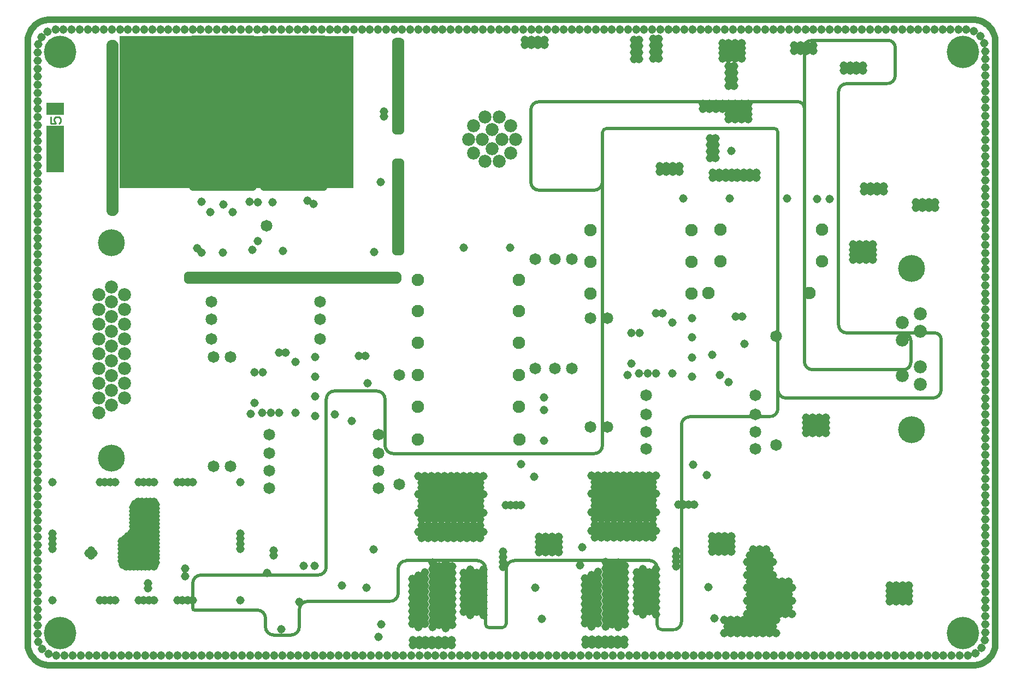
<source format=gbr>
%TF.GenerationSoftware,Altium Limited,Altium Designer,24.2.2 (26)*%
G04 Layer_Physical_Order=5*
G04 Layer_Color=128*
%FSLAX45Y45*%
%MOMM*%
%TF.SameCoordinates,B61E387C-C652-4A73-A4A4-6DD95E315EF5*%
%TF.FilePolarity,Negative*%
%TF.FileFunction,Copper,L5,Inr,Plane*%
%TF.Part,Single*%
G01*
G75*
%TA.AperFunction,NonConductor*%
%ADD82C,0.25400*%
%TA.AperFunction,ComponentPad*%
%ADD94C,4.16600*%
%TA.AperFunction,NonConductor*%
%ADD99C,1.01600*%
%ADD100C,0.50000*%
%TA.AperFunction,ComponentPad*%
%ADD105C,1.93040*%
%ADD106C,1.81600*%
%ADD107C,2.01600*%
%TA.AperFunction,ViaPad*%
%ADD108C,4.01600*%
%ADD109C,1.31600*%
%TA.AperFunction,NonConductor*%
%ADD111R,36.20000X23.60000*%
%TA.AperFunction,ViaPad*%
%ADD112C,5.01600*%
%ADD113C,1.81600*%
G36*
X6088988Y12304133D02*
X6096133Y12296988D01*
X6100000Y12287652D01*
Y12282600D01*
Y12233400D01*
Y12228347D01*
X6096133Y12219012D01*
X6088988Y12211867D01*
X6079652Y12208000D01*
X5170348D01*
X5161012Y12211867D01*
X5153867Y12219012D01*
X5150000Y12228347D01*
Y12233400D01*
Y12282600D01*
Y12287652D01*
X5153867Y12296988D01*
X5161012Y12304133D01*
X5170348Y12308000D01*
X6079652D01*
X6088988Y12304133D01*
D02*
G37*
G36*
X7188988Y12303133D02*
X7196133Y12295988D01*
X7200000Y12286652D01*
Y12281600D01*
Y12232400D01*
Y12227347D01*
X7196133Y12218012D01*
X7188988Y12210867D01*
X7179652Y12207000D01*
X6270348D01*
X6261012Y12210867D01*
X6253867Y12218012D01*
X6250000Y12227347D01*
Y12232400D01*
Y12281600D01*
Y12286652D01*
X6253867Y12295988D01*
X6261012Y12303133D01*
X6270348Y12307000D01*
X7179652D01*
X7188988Y12303133D01*
D02*
G37*
G36*
X5088988Y12146133D02*
X5096133Y12138988D01*
X5100000Y12129652D01*
Y12124600D01*
Y11225400D01*
Y11220348D01*
X5096133Y11211012D01*
X5088988Y11203867D01*
X5079652Y11200000D01*
X5020347D01*
X5011012Y11203867D01*
X5003867Y11211012D01*
X5000000Y11220348D01*
Y11225400D01*
Y12124600D01*
Y12129652D01*
X5003867Y12138988D01*
X5011012Y12146133D01*
X5020347Y12150000D01*
X5079652D01*
X5088988Y12146133D01*
D02*
G37*
G36*
X7338988Y12146133D02*
X7346133Y12138988D01*
X7350000Y12129652D01*
Y12124600D01*
Y11225400D01*
Y11220347D01*
X7346133Y11211012D01*
X7338988Y11203867D01*
X7329652Y11200000D01*
X7270347D01*
X7261012Y11203867D01*
X7253867Y11211012D01*
X7250000Y11220347D01*
Y11225400D01*
Y12124600D01*
Y12129652D01*
X7253867Y12138988D01*
X7261012Y12146133D01*
X7270347Y12150000D01*
X7329652D01*
X7338988Y12146133D01*
D02*
G37*
G36*
X3160000Y11130000D02*
X2890000D01*
Y11310000D01*
X3160000D01*
Y11130000D01*
D02*
G37*
G36*
X8378988Y12265702D02*
X8386133Y12258557D01*
X8390000Y12249222D01*
Y12244169D01*
Y10895830D01*
Y10890778D01*
X8386133Y10881442D01*
X8378988Y10874297D01*
X8369652Y10870430D01*
X8321348D01*
X8312012Y10874297D01*
X8304867Y10881442D01*
X8301000Y10890778D01*
Y10895830D01*
Y12244169D01*
Y12249222D01*
X8304867Y12258557D01*
X8312012Y12265702D01*
X8321348Y12269569D01*
X8369652D01*
X8378988Y12265702D01*
D02*
G37*
G36*
X3160000Y10240000D02*
X2890000D01*
Y10960000D01*
X3160000D01*
Y10240000D01*
D02*
G37*
G36*
X5088988Y11046133D02*
X5096133Y11038988D01*
X5100000Y11029653D01*
Y11024600D01*
Y10125400D01*
Y10120348D01*
X5096133Y10111012D01*
X5088988Y10103867D01*
X5079652Y10100000D01*
X5020347D01*
X5011012Y10103867D01*
X5003867Y10111012D01*
X5000000Y10120348D01*
Y10125400D01*
Y11024600D01*
Y11029653D01*
X5003867Y11038988D01*
X5011012Y11046133D01*
X5020347Y11050000D01*
X5079652D01*
X5088988Y11046133D01*
D02*
G37*
G36*
X7338988Y11046133D02*
X7346133Y11038988D01*
X7350000Y11029652D01*
Y11024600D01*
Y10125400D01*
Y10120348D01*
X7346133Y10111012D01*
X7338988Y10103867D01*
X7329652Y10100000D01*
X7270347D01*
X7261012Y10103867D01*
X7253867Y10111012D01*
X7250000Y10120348D01*
Y10125400D01*
Y11024600D01*
Y11029652D01*
X7253867Y11038988D01*
X7261012Y11046133D01*
X7270347Y11050000D01*
X7329652D01*
X7338988Y11046133D01*
D02*
G37*
G36*
X7188988Y10096133D02*
X7196133Y10088988D01*
X7200000Y10079652D01*
Y10074600D01*
Y10025400D01*
Y10020347D01*
X7196133Y10011012D01*
X7188988Y10003867D01*
X7179652Y10000000D01*
X6270347D01*
X6261012Y10003867D01*
X6253867Y10011012D01*
X6250000Y10020347D01*
Y10025400D01*
Y10074600D01*
Y10079652D01*
X6253867Y10088988D01*
X6261012Y10096133D01*
X6270347Y10100000D01*
X7179652D01*
X7188988Y10096133D01*
D02*
G37*
G36*
X6088988D02*
X6096133Y10088988D01*
X6100000Y10079652D01*
Y10074600D01*
Y10025400D01*
Y10020347D01*
X6096133Y10011012D01*
X6088988Y10003867D01*
X6079652Y10000000D01*
X5170348D01*
X5161012Y10003867D01*
X5153867Y10011012D01*
X5150000Y10020347D01*
Y10025400D01*
Y10074600D01*
Y10079652D01*
X5153867Y10088988D01*
X5161012Y10096133D01*
X5170348Y10100000D01*
X6079652D01*
X6088988Y10096133D01*
D02*
G37*
G36*
X3943588Y12230733D02*
X3950733Y12223588D01*
X3954600Y12214252D01*
Y12209200D01*
Y9640000D01*
Y9634947D01*
X3950733Y9625612D01*
X3943588Y9618467D01*
X3934252Y9614600D01*
X3894948D01*
X3885612Y9618467D01*
X3878467Y9625612D01*
X3874600Y9634947D01*
Y9640000D01*
Y12209200D01*
Y12214252D01*
X3878467Y12223588D01*
X3885612Y12230733D01*
X3894948Y12234600D01*
X3934252D01*
X3943588Y12230733D01*
D02*
G37*
G36*
X8377987Y10395702D02*
X8385132Y10388557D01*
X8388999Y10379222D01*
Y10374169D01*
Y9025831D01*
Y9020778D01*
X8385132Y9011442D01*
X8377987Y9004297D01*
X8368652Y9000431D01*
X8320347D01*
X8311012Y9004297D01*
X8303867Y9011442D01*
X8300000Y9020778D01*
Y9025831D01*
Y10374169D01*
Y10379222D01*
X8303867Y10388557D01*
X8311012Y10395702D01*
X8320347Y10399569D01*
X8368652D01*
X8377987Y10395702D01*
D02*
G37*
G36*
X8329988Y8646133D02*
X8337133Y8638988D01*
X8341000Y8629652D01*
Y8624600D01*
Y8586400D01*
Y8581347D01*
X8337133Y8572012D01*
X8329988Y8564867D01*
X8320652Y8561000D01*
X5093747D01*
X5084412Y8564867D01*
X5077267Y8572012D01*
X5073400Y8581347D01*
Y8586400D01*
Y8624600D01*
Y8629652D01*
X5077267Y8638988D01*
X5084412Y8646133D01*
X5093747Y8650000D01*
X8320652D01*
X8329988Y8646133D01*
D02*
G37*
G36*
X4561377Y5146657D02*
X4577210Y5140098D01*
X4591459Y5130577D01*
X4603577Y5118459D01*
X4613098Y5104210D01*
X4619656Y5088377D01*
X4623000Y5071569D01*
Y5063000D01*
Y4193000D01*
Y4183939D01*
X4619464Y4166164D01*
X4612529Y4149421D01*
X4602461Y4134353D01*
X4589646Y4121539D01*
X4574578Y4111471D01*
X4557835Y4104535D01*
X4540061Y4101000D01*
X4127166D01*
X4105914Y4105227D01*
X4085895Y4113519D01*
X4067879Y4125557D01*
X4052557Y4140879D01*
X4040519Y4158895D01*
X4032227Y4178914D01*
X4028000Y4200166D01*
Y4211000D01*
Y4517000D01*
Y4524360D01*
X4033633Y4537959D01*
X4044041Y4548367D01*
X4057640Y4554000D01*
X4065000D01*
X4081820Y4554826D01*
X4114813Y4561389D01*
X4145891Y4574262D01*
X4173862Y4592951D01*
X4197648Y4616738D01*
X4216338Y4644708D01*
X4229211Y4675787D01*
X4235773Y4708780D01*
X4236600Y4725600D01*
Y5051100D01*
Y5058979D01*
X4239674Y5074435D01*
X4245705Y5088994D01*
X4254460Y5102096D01*
X4265603Y5113239D01*
X4278705Y5121994D01*
X4293264Y5128025D01*
X4308720Y5131099D01*
X4556600D01*
X4536000Y5150000D01*
X4544569D01*
X4561377Y5146657D01*
D02*
G37*
D82*
X2962249Y11096967D02*
Y10995400D01*
X3038425D01*
X3013033Y11046183D01*
Y11071575D01*
X3038425Y11096967D01*
X3089208D01*
X3114600Y11071575D01*
Y11020792D01*
X3089208Y10995400D01*
D94*
X3902000Y9145000D02*
D03*
Y5813000D02*
D03*
X16300000Y8749500D02*
D03*
Y6250500D02*
D03*
D99*
X7179652Y12307000D02*
X7188988Y12303133D01*
X7196133Y12295988D01*
X7200000Y12286652D01*
Y12281600D02*
Y12286652D01*
Y12232400D02*
Y12281600D01*
Y12227347D02*
Y12232400D01*
X7196133Y12218012D02*
X7200000Y12227347D01*
X7188988Y12210867D02*
X7196133Y12218012D01*
X7179652Y12207000D02*
X7188988Y12210867D01*
X6270348Y12207000D02*
X7179652D01*
X6261012Y12210867D02*
X6270348Y12207000D01*
X6253867Y12218012D02*
X6261012Y12210867D01*
X6250000Y12227347D02*
X6253867Y12218012D01*
X6250000Y12227347D02*
Y12232400D01*
Y12281600D01*
Y12286652D01*
X6253867Y12295988D01*
X6261012Y12303133D01*
X6270348Y12307000D01*
X7179652D01*
X6079652Y12308000D02*
X6088988Y12304133D01*
X6096133Y12296988D01*
X6100000Y12287652D01*
Y12282600D02*
Y12287652D01*
Y12233400D02*
Y12282600D01*
Y12228347D02*
Y12233400D01*
X6096133Y12219012D02*
X6100000Y12228347D01*
X6088988Y12211867D02*
X6096133Y12219012D01*
X6079652Y12208000D02*
X6088988Y12211867D01*
X5170348Y12208000D02*
X6079652D01*
X5161012Y12211867D02*
X5170348Y12208000D01*
X5153867Y12219012D02*
X5161012Y12211867D01*
X5150000Y12228347D02*
X5153867Y12219012D01*
X5150000Y12228347D02*
Y12233400D01*
Y12282600D01*
Y12287652D01*
X5153867Y12296988D01*
X5161012Y12304133D01*
X5170348Y12308000D01*
X6079652D01*
X8369652Y12269569D02*
X8378988Y12265702D01*
X8386133Y12258557D01*
X8390000Y12249222D01*
Y12244169D02*
Y12249222D01*
Y10895830D02*
Y12244169D01*
Y10890778D02*
Y10895830D01*
X8386133Y10881442D02*
X8390000Y10890778D01*
X8378988Y10874297D02*
X8386133Y10881442D01*
X8369652Y10870430D02*
X8378988Y10874297D01*
X8321348Y10870430D02*
X8369652D01*
X8312012Y10874297D02*
X8321348Y10870430D01*
X8304867Y10881442D02*
X8312012Y10874297D01*
X8301000Y10890778D02*
X8304867Y10881442D01*
X8301000Y10890778D02*
Y10895830D01*
Y12244169D01*
Y12249222D01*
X8304867Y12258557D01*
X8312012Y12265702D01*
X8321348Y12269569D01*
X8369652D01*
X8368652Y10399569D02*
X8377987Y10395702D01*
X8385132Y10388557D01*
X8388999Y10379222D01*
Y10374169D02*
Y10379222D01*
Y9025831D02*
Y10374169D01*
Y9020778D02*
Y9025831D01*
X8385132Y9011442D02*
X8388999Y9020778D01*
X8377987Y9004297D02*
X8385132Y9011442D01*
X8368652Y9000431D02*
X8377987Y9004297D01*
X8320347Y9000431D02*
X8368652D01*
X8311012Y9004297D02*
X8320347Y9000431D01*
X8303867Y9011442D02*
X8311012Y9004297D01*
X8300000Y9020778D02*
X8303867Y9011442D01*
X8300000Y9020778D02*
Y9025831D01*
Y10374169D01*
Y10379222D01*
X8303867Y10388557D01*
X8311012Y10395702D01*
X8320347Y10399569D01*
X8368652D01*
X3934252Y12234600D02*
X3943588Y12230733D01*
X3950733Y12223588D01*
X3954600Y12214252D01*
Y12209200D02*
Y12214252D01*
Y9640000D02*
Y12209200D01*
Y9634947D02*
Y9640000D01*
X3950733Y9625612D02*
X3954600Y9634947D01*
X3943588Y9618467D02*
X3950733Y9625612D01*
X3934252Y9614600D02*
X3943588Y9618467D01*
X3894948Y9614600D02*
X3934252D01*
X3885612Y9618467D02*
X3894948Y9614600D01*
X3878467Y9625612D02*
X3885612Y9618467D01*
X3874600Y9634947D02*
X3878467Y9625612D01*
X3874600Y9634947D02*
Y9640000D01*
Y12209200D01*
Y12214252D01*
X3878467Y12223588D01*
X3885612Y12230733D01*
X3894948Y12234600D01*
X3934252D01*
X7179652Y10100000D02*
X7188988Y10096133D01*
X7196133Y10088988D01*
X7200000Y10079652D01*
Y10074600D02*
Y10079652D01*
Y10025400D02*
Y10074600D01*
Y10020347D02*
Y10025400D01*
X7196133Y10011012D02*
X7200000Y10020347D01*
X7188988Y10003867D02*
X7196133Y10011012D01*
X7179652Y10000000D02*
X7188988Y10003867D01*
X6270347Y10000000D02*
X7179652D01*
X6261012Y10003867D02*
X6270347Y10000000D01*
X6253867Y10011012D02*
X6261012Y10003867D01*
X6250000Y10020347D02*
X6253867Y10011012D01*
X6250000Y10020347D02*
Y10025400D01*
Y10074600D01*
Y10079652D01*
X6253867Y10088988D01*
X6261012Y10096133D01*
X6270347Y10100000D01*
X7179652D01*
X6079652D02*
X6088988Y10096133D01*
X6096133Y10088988D01*
X6100000Y10079652D01*
Y10074600D02*
Y10079652D01*
Y10025400D02*
Y10074600D01*
Y10020347D02*
Y10025400D01*
X6096133Y10011012D02*
X6100000Y10020347D01*
X6088988Y10003867D02*
X6096133Y10011012D01*
X6079652Y10000000D02*
X6088988Y10003867D01*
X5170348Y10000000D02*
X6079652D01*
X5161012Y10003867D02*
X5170348Y10000000D01*
X5153867Y10011012D02*
X5161012Y10003867D01*
X5150000Y10020347D02*
X5153867Y10011012D01*
X5150000Y10020347D02*
Y10025400D01*
Y10074600D01*
Y10079652D01*
X5153867Y10088988D01*
X5161012Y10096133D01*
X5170348Y10100000D01*
X6079652D01*
X7329652Y11050000D02*
X7338988Y11046133D01*
X7346133Y11038988D01*
X7350000Y11029652D01*
Y11024600D02*
Y11029652D01*
Y10125400D02*
Y11024600D01*
Y10120348D02*
Y10125400D01*
X7346133Y10111012D02*
X7350000Y10120348D01*
X7338988Y10103867D02*
X7346133Y10111012D01*
X7329652Y10100000D02*
X7338988Y10103867D01*
X7270347Y10100000D02*
X7329652D01*
X7261012Y10103867D02*
X7270347Y10100000D01*
X7253867Y10111012D02*
X7261012Y10103867D01*
X7250000Y10120348D02*
X7253867Y10111012D01*
X7250000Y10120348D02*
Y10125400D01*
Y11024600D01*
Y11029652D01*
X7253867Y11038988D01*
X7261012Y11046133D01*
X7270347Y11050000D01*
X7329652D01*
Y12150000D02*
X7338988Y12146133D01*
X7346133Y12138988D01*
X7350000Y12129652D01*
Y12124600D02*
Y12129652D01*
Y11225400D02*
Y12124600D01*
Y11220347D02*
Y11225400D01*
X7346133Y11211012D02*
X7350000Y11220347D01*
X7338988Y11203867D02*
X7346133Y11211012D01*
X7329652Y11200000D02*
X7338988Y11203867D01*
X7270347Y11200000D02*
X7329652D01*
X7261012Y11203867D02*
X7270347Y11200000D01*
X7253867Y11211012D02*
X7261012Y11203867D01*
X7250000Y11220347D02*
X7253867Y11211012D01*
X7250000Y11220347D02*
Y11225400D01*
Y12124600D01*
Y12129652D01*
X7253867Y12138988D01*
X7261012Y12146133D01*
X7270347Y12150000D01*
X7329652D01*
X5079652Y12150000D02*
X5088988Y12146133D01*
X5096133Y12138988D01*
X5100000Y12129652D01*
Y12124600D02*
Y12129652D01*
Y11225400D02*
Y12124600D01*
Y11220348D02*
Y11225400D01*
X5096133Y11211012D02*
X5100000Y11220348D01*
X5088988Y11203867D02*
X5096133Y11211012D01*
X5079652Y11200000D02*
X5088988Y11203867D01*
X5020347Y11200000D02*
X5079652D01*
X5011012Y11203867D02*
X5020347Y11200000D01*
X5003867Y11211012D02*
X5011012Y11203867D01*
X5000000Y11220348D02*
X5003867Y11211012D01*
X5000000Y11220348D02*
Y11225400D01*
Y12124600D01*
Y12129652D01*
X5003867Y12138988D01*
X5011012Y12146133D01*
X5020347Y12150000D01*
X5079652D01*
Y11050000D02*
X5088988Y11046133D01*
X5096133Y11038988D01*
X5100000Y11029653D01*
Y11024600D02*
Y11029653D01*
Y10125400D02*
Y11024600D01*
Y10120348D02*
Y10125400D01*
X5096133Y10111012D02*
X5100000Y10120348D01*
X5088988Y10103867D02*
X5096133Y10111012D01*
X5079652Y10100000D02*
X5088988Y10103867D01*
X5020347Y10100000D02*
X5079652D01*
X5011012Y10103867D02*
X5020347Y10100000D01*
X5003867Y10111012D02*
X5011012Y10103867D01*
X5000000Y10120348D02*
X5003867Y10111012D01*
X5000000Y10120348D02*
Y10125400D01*
Y11024600D01*
Y11029653D01*
X5003867Y11038988D01*
X5011012Y11046133D01*
X5020347Y11050000D01*
X5079652D01*
X8320652Y8650000D02*
X8329988Y8646133D01*
X8337133Y8638988D01*
X8341000Y8629652D01*
Y8624600D02*
Y8629652D01*
Y8586400D02*
Y8624600D01*
Y8581347D02*
Y8586400D01*
X8337133Y8572012D02*
X8341000Y8581347D01*
X8329988Y8564867D02*
X8337133Y8572012D01*
X8320652Y8561000D02*
X8329988Y8564867D01*
X5093747Y8561000D02*
X8320652D01*
X5084412Y8564867D02*
X5093747Y8561000D01*
X5077267Y8572012D02*
X5084412Y8564867D01*
X5073400Y8581347D02*
X5077267Y8572012D01*
X5073400Y8581347D02*
Y8586400D01*
Y8624600D01*
Y8629652D01*
X5077267Y8638988D01*
X5084412Y8646133D01*
X5093747Y8650000D01*
X8320652D01*
X17280957Y12600000D02*
X17325330Y12594158D01*
X2919043Y12600000D02*
X17280957D01*
X2874670Y12594158D02*
X2919043Y12600000D01*
X2831439Y12582574D02*
X2874670Y12594158D01*
X2790090Y12565447D02*
X2831439Y12582574D01*
X2751331Y12543069D02*
X2790090Y12565447D01*
X2715823Y12515823D02*
X2751331Y12543069D01*
X2684176Y12484176D02*
X2715823Y12515823D01*
X2656930Y12448669D02*
X2684176Y12484176D01*
X2634553Y12409909D02*
X2656930Y12448669D01*
X2617425Y12368560D02*
X2634553Y12409909D01*
X2605842Y12325329D02*
X2617425Y12368560D01*
X2600000Y12280956D02*
X2605842Y12325329D01*
X2600000Y12258578D02*
Y12280956D01*
Y2919043D02*
Y2941421D01*
Y2919043D02*
X2605842Y2874670D01*
X2617425Y2831439D01*
X2634553Y2790090D01*
X2656930Y2751331D01*
X2684176Y2715823D01*
X2715823Y2684176D01*
X2751331Y2656930D01*
X2790090Y2634553D01*
X2831439Y2617425D01*
X2874670Y2605842D01*
X2919043Y2600000D01*
X17280957D01*
X17325330Y2605842D01*
X17368559Y2617425D01*
X17409909Y2634553D01*
X17448669Y2656930D01*
X17484177Y2684176D01*
X17515823Y2715823D01*
X17543069Y2751331D01*
X17565446Y2790090D01*
X17582574Y2831439D01*
X17594157Y2874670D01*
X17600000Y2919043D01*
Y2941421D01*
Y12258578D02*
Y12280956D01*
X17594157Y12325329D02*
X17600000Y12280956D01*
X17582574Y12368560D02*
X17594157Y12325329D01*
X17565446Y12409909D02*
X17582574Y12368560D01*
X17543069Y12448669D02*
X17565446Y12409909D01*
X17515823Y12484176D02*
X17543069Y12448669D01*
X17484177Y12515823D02*
X17515823Y12484176D01*
X17448669Y12543069D02*
X17484177Y12515823D01*
X17409909Y12565447D02*
X17448669Y12543069D01*
X17368559Y12582574D02*
X17409909Y12565447D01*
X17325330Y12594158D02*
X17368559Y12582574D01*
X17600000Y2941421D02*
Y12258578D01*
X2600000Y2941421D02*
Y12258578D01*
D100*
X11579000Y10919000D02*
G03*
X11510000Y10850000I0J-69000D01*
G01*
X14230000Y10858000D02*
G03*
X14169000Y10919000I-61000J0D01*
G01*
X14103000Y6451000D02*
G03*
X14230000Y6578000I0J127000D01*
G01*
X12862000Y6451000D02*
G03*
X12735000Y6324000I0J-127000D01*
G01*
X12608000Y3151000D02*
G03*
X12735000Y3278000I0J127000D01*
G01*
X12356000Y3229000D02*
G03*
X12434000Y3151000I78000J0D01*
G01*
X12356000Y4114000D02*
G03*
X12247000Y4223000I-109000J0D01*
G01*
X10145000D02*
G03*
X10018000Y4096000I0J-127000D01*
G01*
X9957000Y3186000D02*
G03*
X10018000Y3247000I0J61000D01*
G01*
X9698000Y3237000D02*
G03*
X9749000Y3186000I51000J0D01*
G01*
X9698000Y4096000D02*
G03*
X9571000Y4223000I-127000J0D01*
G01*
X8471000D02*
G03*
X8344000Y4096000I0J-127000D01*
G01*
X8217000Y3592000D02*
G03*
X8344000Y3719000I0J127000D01*
G01*
X6939000Y3592000D02*
G03*
X6812000Y3465000I0J-127000D01*
G01*
X6685000Y3071000D02*
G03*
X6812000Y3198000I0J127000D01*
G01*
X6287000D02*
G03*
X6414000Y3071000I127000J0D01*
G01*
X6287000Y3330000D02*
G03*
X6160000Y3457000I-127000J0D01*
G01*
X5160000Y3482000D02*
G03*
X5185000Y3457000I25000J0D01*
G01*
X14753999Y12282000D02*
G03*
X14639000Y12167000I0J-115000D01*
G01*
X16050000Y12165000D02*
G03*
X15933000Y12282000I-117000J0D01*
G01*
X5287000Y4000000D02*
G03*
X5160000Y3873000I0J-127000D01*
G01*
X7103000Y4000000D02*
G03*
X7230000Y4127000I0J127000D01*
G01*
X7357000Y6850000D02*
G03*
X7230000Y6723000I0J-127000D01*
G01*
X8140000D02*
G03*
X8013000Y6850000I-127000J0D01*
G01*
X8140000Y6007000D02*
G03*
X8267000Y5880000I127000J0D01*
G01*
X11383000D02*
G03*
X11510000Y6007000I0J127000D01*
G01*
X14639999Y11230000D02*
G03*
X14539999Y11330000I-100000J0D01*
G01*
X10527000D02*
G03*
X10400000Y11203000I0J-127000D01*
G01*
Y10087000D02*
G03*
X10527000Y9960000I127000J0D01*
G01*
X11383000D02*
G03*
X11510000Y10087000I0J127000D01*
G01*
X14230000Y6867000D02*
G03*
X14357001Y6740000I127000J0D01*
G01*
X16633000D02*
G03*
X16760001Y6867000I0J127000D01*
G01*
Y7650000D02*
G03*
X16660001Y7750000I-100000J0D01*
G01*
X15923000Y11610000D02*
G03*
X16050000Y11737000I0J127000D01*
G01*
X15297000Y11610000D02*
G03*
X15170000Y11483000I0J-127000D01*
G01*
Y7877000D02*
G03*
X15297000Y7750000I127000J0D01*
G01*
X16289999Y7630000D02*
G03*
X16170000Y7750000I-120000J0D01*
G01*
X16180000Y7180000D02*
G03*
X16289999Y7290000I0J110000D01*
G01*
X14639999Y7307000D02*
G03*
X14767000Y7180000I127000J0D01*
G01*
X11579000Y10919000D02*
X14169000D01*
X14230000Y10843000D02*
Y10858000D01*
Y6578000D02*
Y6867000D01*
X12862000Y6451000D02*
X14103000D01*
X12735000Y3278000D02*
Y6324000D01*
X12434000Y3151000D02*
X12608000D01*
X12356000Y3229000D02*
Y4114000D01*
X10145000Y4223000D02*
X12247000D01*
X10018000Y3247000D02*
Y4096000D01*
X9749000Y3186000D02*
X9957000D01*
X9698000Y3237000D02*
Y4096000D01*
X8471000Y4223000D02*
X9571000D01*
X8344000Y3719000D02*
Y4096000D01*
X6939000Y3592000D02*
X8217000D01*
X6812000Y3198000D02*
Y3465000D01*
X6414000Y3071000D02*
X6685000D01*
X6287000Y3198000D02*
Y3330000D01*
X5185000Y3457000D02*
X6160000D01*
X5160000Y3482000D02*
Y3873000D01*
X14753999Y12282000D02*
X15933000D01*
X16050000Y11737000D02*
Y12165000D01*
X5287000Y4000000D02*
X7103000D01*
X7230000Y4127000D02*
Y6723000D01*
X7357000Y6850000D02*
X8013000D01*
X8140000Y6007000D02*
Y6723000D01*
X8267000Y5880000D02*
X11383000D01*
X11510000Y6007000D02*
Y10087000D01*
X10527000Y11330000D02*
X14539999D01*
X10400000Y10087000D02*
Y11203000D01*
X10527000Y9960000D02*
X11383000D01*
X11510000Y10087000D02*
Y10850000D01*
X14230000Y6867000D02*
Y10843000D01*
X14357001Y6740000D02*
X16633000D01*
X16760001Y6867000D02*
Y7650000D01*
X16170000Y7750000D02*
X16660001D01*
X15297000Y11610000D02*
X15923000D01*
X15170000Y7877000D02*
Y11483000D01*
X15297000Y7750000D02*
X16170000D01*
X16289999Y7290000D02*
Y7630000D01*
X14767000Y7180000D02*
X16180000D01*
X14639999Y12167000D02*
X14639999Y7307000D01*
D105*
X4300000Y11700000D02*
D03*
Y10130000D02*
D03*
X10220000Y6100000D02*
D03*
X8650000D02*
D03*
X8648021Y7594002D02*
D03*
X10218021D02*
D03*
X8648021Y8084002D02*
D03*
X10218021D02*
D03*
X10218021Y6604002D02*
D03*
X8648021D02*
D03*
X10218021Y7094002D02*
D03*
X8648021D02*
D03*
X10218021Y8574002D02*
D03*
X8648021D02*
D03*
X11320000Y8850000D02*
D03*
X12889999D02*
D03*
X14910001Y8860000D02*
D03*
X13339999D02*
D03*
X12889999Y9340000D02*
D03*
X11320000D02*
D03*
X14910001Y9350000D02*
D03*
X13339999D02*
D03*
X11320000Y8360000D02*
D03*
X12889999D02*
D03*
X14720000Y8370000D02*
D03*
X13150000D02*
D03*
D106*
X6182000Y11401000D02*
D03*
Y10893000D02*
D03*
X5928000Y11147000D02*
D03*
X6436000D02*
D03*
X6002395Y11326605D02*
D03*
X6361605D02*
D03*
X6002395Y10967395D02*
D03*
X6361605D02*
D03*
X5748021Y5684003D02*
D03*
Y7374003D02*
D03*
X8038021Y5614002D02*
D03*
X6348021D02*
D03*
X7135997Y7660000D02*
D03*
X5445997D02*
D03*
X5445998Y7960000D02*
D03*
X7135998D02*
D03*
X5445998Y8230001D02*
D03*
X7135998D02*
D03*
X5478021Y5684003D02*
D03*
Y7374003D02*
D03*
X8358021Y7094002D02*
D03*
Y5404002D02*
D03*
X6348021Y6174002D02*
D03*
X8038021D02*
D03*
Y5344002D02*
D03*
X6348021D02*
D03*
X8038021Y5884002D02*
D03*
X6348021D02*
D03*
X12190000Y6220000D02*
D03*
X13880000D02*
D03*
X12190000Y5950000D02*
D03*
X13880000D02*
D03*
X11320000Y6290000D02*
D03*
Y7980000D02*
D03*
X12190000Y6780000D02*
D03*
X13880000D02*
D03*
X14200000Y7700000D02*
D03*
Y6010000D02*
D03*
X11590000Y6290000D02*
D03*
Y7980000D02*
D03*
X10770000Y8890000D02*
D03*
Y7200000D02*
D03*
X11040000Y8890000D02*
D03*
Y7200000D02*
D03*
X10470000Y7200000D02*
D03*
Y8890000D02*
D03*
X13880000Y6490000D02*
D03*
X12190000D02*
D03*
D107*
X10091246Y10538397D02*
D03*
X9911246Y10407620D02*
D03*
X9688754D02*
D03*
X9508754Y10538397D02*
D03*
Y10961603D02*
D03*
X9688754Y11092380D02*
D03*
X10091246Y10961603D02*
D03*
X9911246Y11092380D02*
D03*
X9800000Y10900000D02*
D03*
Y10600000D02*
D03*
X9650000Y10750000D02*
D03*
X9440000D02*
D03*
X10160000D02*
D03*
X9950000D02*
D03*
X3704000Y8343000D02*
D03*
Y8114400D02*
D03*
Y7885800D02*
D03*
Y7657200D02*
D03*
Y7428600D02*
D03*
Y7200000D02*
D03*
Y6971400D02*
D03*
Y6742800D02*
D03*
Y6514000D02*
D03*
X3902000Y8457300D02*
D03*
Y8228700D02*
D03*
Y8000100D02*
D03*
Y7771500D02*
D03*
Y7542900D02*
D03*
Y7314300D02*
D03*
Y7085700D02*
D03*
Y6857100D02*
D03*
Y6628500D02*
D03*
X4100000Y8343000D02*
D03*
Y8114400D02*
D03*
Y7885800D02*
D03*
Y7657200D02*
D03*
Y7428600D02*
D03*
Y7200000D02*
D03*
Y6971400D02*
D03*
Y6742800D02*
D03*
X16158000Y7911000D02*
D03*
Y7637000D02*
D03*
Y7089000D02*
D03*
X16442000Y8048000D02*
D03*
Y7774000D02*
D03*
Y7226000D02*
D03*
Y6952000D02*
D03*
D108*
X6978470Y10353194D02*
D03*
X5382000Y11947000D02*
D03*
D109*
X7470000Y3840000D02*
D03*
X16570000Y9690000D02*
D03*
X16470000D02*
D03*
Y9770000D02*
D03*
X16570000D02*
D03*
X15963000Y3756000D02*
D03*
X16063000D02*
D03*
X15963000Y3836000D02*
D03*
X16163000D02*
D03*
Y3756000D02*
D03*
X16263000D02*
D03*
X16063000Y3836000D02*
D03*
X16263000D02*
D03*
X15963000Y3596000D02*
D03*
Y3676000D02*
D03*
X16263000D02*
D03*
X16063000Y3596000D02*
D03*
X16163000D02*
D03*
X16263000D02*
D03*
X16063000Y3676000D02*
D03*
X16163000D02*
D03*
X14400008Y3900002D02*
D03*
X14450008Y3800002D02*
D03*
X14400008Y3700002D02*
D03*
X14450008Y3600002D02*
D03*
X14400008Y3500002D02*
D03*
X14450008Y3400002D02*
D03*
X14300008Y3900002D02*
D03*
X14350008Y3800002D02*
D03*
X14300008Y3700002D02*
D03*
X14350008Y3600002D02*
D03*
X14300008Y3500002D02*
D03*
X14350008Y3400002D02*
D03*
X14200008Y3900002D02*
D03*
X14250008Y3800002D02*
D03*
X14200008Y3700002D02*
D03*
X14250008Y3600002D02*
D03*
X14200008Y3500002D02*
D03*
X14250008Y3400002D02*
D03*
X14200008Y3300002D02*
D03*
Y3100002D02*
D03*
X14100008Y4300002D02*
D03*
X14150008Y4200002D02*
D03*
X14100008Y4100002D02*
D03*
X14150008Y4000002D02*
D03*
X14100008Y3900002D02*
D03*
X14150008Y3800002D02*
D03*
X14100008Y3700002D02*
D03*
X14150008Y3600002D02*
D03*
X14100008Y3500002D02*
D03*
X14150008Y3400002D02*
D03*
X14100008Y3300002D02*
D03*
X14150008Y3200002D02*
D03*
X14100008Y3100002D02*
D03*
X14050008Y4400002D02*
D03*
X14000008Y4300002D02*
D03*
X14050008Y4200002D02*
D03*
X14000008Y4100002D02*
D03*
X14050008Y4000002D02*
D03*
X14000008Y3900002D02*
D03*
X14050008Y3800002D02*
D03*
X14000008Y3700002D02*
D03*
X14050008Y3600002D02*
D03*
X14000008Y3500002D02*
D03*
X14050008Y3400002D02*
D03*
X14000008Y3300002D02*
D03*
X14050008Y3200002D02*
D03*
X14000008Y3100002D02*
D03*
X13950008Y4400002D02*
D03*
X13900008Y4300002D02*
D03*
X13950008Y4200002D02*
D03*
X13900008Y4100002D02*
D03*
X13950008Y4000002D02*
D03*
X13900008Y3900002D02*
D03*
X13950008Y3800002D02*
D03*
X13900008Y3700002D02*
D03*
X13950008Y3600002D02*
D03*
X13900008Y3500002D02*
D03*
X13950008Y3400002D02*
D03*
X13900008Y3300002D02*
D03*
X13950008Y3200002D02*
D03*
X13900008Y3100002D02*
D03*
X13850008Y4400002D02*
D03*
X13800008Y4300002D02*
D03*
X13850008Y4200002D02*
D03*
X13800008Y4100002D02*
D03*
X13850008Y4000002D02*
D03*
X13800008Y3900002D02*
D03*
X13850008Y3800002D02*
D03*
X13800008Y3700002D02*
D03*
X13850008Y3600002D02*
D03*
X13800008Y3500002D02*
D03*
X13850008Y3400002D02*
D03*
X13800008Y3300002D02*
D03*
X13850008Y3200002D02*
D03*
X13800008Y3100002D02*
D03*
X13750008Y4200002D02*
D03*
Y4000002D02*
D03*
Y3800002D02*
D03*
Y3600002D02*
D03*
Y3400002D02*
D03*
X13700008Y3300002D02*
D03*
X13750008Y3200002D02*
D03*
X13700008Y3100002D02*
D03*
X13600008Y3300002D02*
D03*
X13650008Y3200002D02*
D03*
X13600008Y3100002D02*
D03*
X13500008Y3300002D02*
D03*
X13550008Y3200002D02*
D03*
X13500008Y3100002D02*
D03*
X13400008Y3300002D02*
D03*
X13450008Y3200002D02*
D03*
X13400008Y3100002D02*
D03*
X4586600Y4261100D02*
D03*
Y4191100D02*
D03*
X4556600Y4131100D02*
D03*
X4486600D02*
D03*
X4426600D02*
D03*
X4366600D02*
D03*
X4306600D02*
D03*
X4246600D02*
D03*
X4186600D02*
D03*
X4126600D02*
D03*
X4076600Y4161100D02*
D03*
X4056600Y4221100D02*
D03*
Y4281100D02*
D03*
Y4341100D02*
D03*
Y4401100D02*
D03*
Y4461100D02*
D03*
Y4521100D02*
D03*
X4106600Y4561100D02*
D03*
X4156600Y4601100D02*
D03*
X4206600Y4641100D02*
D03*
X4236600Y4691100D02*
D03*
Y4751099D02*
D03*
Y4811100D02*
D03*
Y4871099D02*
D03*
Y4931100D02*
D03*
Y4991099D02*
D03*
Y5051100D02*
D03*
X4266600Y5101100D02*
D03*
X4316600Y5131099D02*
D03*
X4376600D02*
D03*
X4436600D02*
D03*
X4496600D02*
D03*
X4556600D02*
D03*
X4586600Y5091100D02*
D03*
Y5031100D02*
D03*
Y4971100D02*
D03*
Y4911100D02*
D03*
Y4851100D02*
D03*
Y4791100D02*
D03*
Y4731100D02*
D03*
Y4671100D02*
D03*
Y4611099D02*
D03*
Y4551100D02*
D03*
Y4491099D02*
D03*
Y4431100D02*
D03*
Y4371099D02*
D03*
Y4311100D02*
D03*
X13330000Y7100000D02*
D03*
X12214261Y7124100D02*
D03*
X12080000Y7120000D02*
D03*
X8121000Y11181900D02*
D03*
X10604002Y6556979D02*
D03*
Y6746979D02*
D03*
X11900000Y7100000D02*
D03*
X3800000Y5440000D02*
D03*
X3960000D02*
D03*
X4480000D02*
D03*
X5000000D02*
D03*
X5080000D02*
D03*
X4400000D02*
D03*
X4560000D02*
D03*
X12672544Y2753116D02*
D03*
X12547544D02*
D03*
X12340000Y3590000D02*
D03*
X12240000Y3640000D02*
D03*
X12650000Y4210000D02*
D03*
Y4370000D02*
D03*
Y4290000D02*
D03*
Y4130000D02*
D03*
X12930000Y5090000D02*
D03*
X12850000D02*
D03*
X12290000Y5440000D02*
D03*
X9661214Y5531212D02*
D03*
X10450000Y5520000D02*
D03*
X10631214Y4351213D02*
D03*
Y4431212D02*
D03*
Y4511212D02*
D03*
Y4591212D02*
D03*
X10531214Y4351213D02*
D03*
Y4431212D02*
D03*
Y4511212D02*
D03*
Y4591212D02*
D03*
X13130000Y5550000D02*
D03*
X6310000Y4030000D02*
D03*
X6085200Y9040000D02*
D03*
X6940000Y9800000D02*
D03*
X6880000Y4140000D02*
D03*
X11200000Y4430000D02*
D03*
X11160000Y4150000D02*
D03*
X7360000Y6490000D02*
D03*
X5898000Y5440000D02*
D03*
X2982000D02*
D03*
Y3610000D02*
D03*
X5898000D02*
D03*
X10080000Y9070000D02*
D03*
X7970000Y9000000D02*
D03*
X9358021Y9074002D02*
D03*
X7960000Y4400000D02*
D03*
X12590000Y7120000D02*
D03*
X10171214Y5081212D02*
D03*
X10251214D02*
D03*
X10011214D02*
D03*
X10831214Y4591212D02*
D03*
X10731214Y4511212D02*
D03*
Y4431212D02*
D03*
X10831214Y4351213D02*
D03*
X10731214D02*
D03*
X9971214Y4361212D02*
D03*
Y4121212D02*
D03*
Y4201212D02*
D03*
Y4281212D02*
D03*
X8571214Y2991212D02*
D03*
X8671214D02*
D03*
X8871214D02*
D03*
X9071214D02*
D03*
X8971214D02*
D03*
X8571214Y2911212D02*
D03*
X8671214D02*
D03*
X8871214D02*
D03*
X8771214D02*
D03*
X9071214D02*
D03*
X8971214D02*
D03*
X10571214Y3321212D02*
D03*
X8881214Y3491212D02*
D03*
Y3991212D02*
D03*
Y3891212D02*
D03*
Y3791212D02*
D03*
Y3591212D02*
D03*
Y3691212D02*
D03*
Y3391212D02*
D03*
Y3191212D02*
D03*
Y4091212D02*
D03*
Y4191212D02*
D03*
X8561214Y3541212D02*
D03*
Y3841213D02*
D03*
Y3741212D02*
D03*
Y3641212D02*
D03*
Y3441212D02*
D03*
Y3341212D02*
D03*
Y3241212D02*
D03*
Y3941213D02*
D03*
X8761214Y3841213D02*
D03*
Y3641212D02*
D03*
X8661214Y3891213D02*
D03*
Y3691213D02*
D03*
X8761214Y3541212D02*
D03*
X8661214Y3591213D02*
D03*
X8761214Y3741212D02*
D03*
X8661214Y3791213D02*
D03*
X8761214Y3441212D02*
D03*
X8661214Y3191212D02*
D03*
Y3391212D02*
D03*
X8761214Y3341212D02*
D03*
X8661214Y3491212D02*
D03*
X8761214Y3241212D02*
D03*
X8661214Y3291212D02*
D03*
X8761214Y3941213D02*
D03*
Y4041213D02*
D03*
X8661214Y3991213D02*
D03*
X8981214Y3631212D02*
D03*
Y3931213D02*
D03*
Y3431212D02*
D03*
Y3831213D02*
D03*
Y4031213D02*
D03*
Y3531212D02*
D03*
Y4131213D02*
D03*
Y3731213D02*
D03*
X9181214Y4131213D02*
D03*
Y4031213D02*
D03*
X9081214Y3781213D02*
D03*
Y3881213D02*
D03*
Y3981213D02*
D03*
Y4181213D02*
D03*
Y4081213D02*
D03*
Y3481212D02*
D03*
Y3581213D02*
D03*
Y3681213D02*
D03*
X9181214Y3231212D02*
D03*
Y3331212D02*
D03*
X9081214Y3381212D02*
D03*
Y3181212D02*
D03*
Y3281212D02*
D03*
X8981214Y3331212D02*
D03*
Y3231212D02*
D03*
X9181214Y3731213D02*
D03*
Y3431212D02*
D03*
Y3831213D02*
D03*
Y3631212D02*
D03*
Y3931213D02*
D03*
Y3531212D02*
D03*
X9661214Y3781212D02*
D03*
Y4081212D02*
D03*
Y3981212D02*
D03*
Y3881212D02*
D03*
Y3681212D02*
D03*
Y3381212D02*
D03*
Y3581212D02*
D03*
Y3481212D02*
D03*
X9461214Y3381212D02*
D03*
X9361214Y3731212D02*
D03*
X9561214Y3531212D02*
D03*
Y3431212D02*
D03*
X9461214Y3681212D02*
D03*
X9361214Y3631212D02*
D03*
Y3531212D02*
D03*
Y3431212D02*
D03*
X9561214Y3731212D02*
D03*
Y3631212D02*
D03*
X9461214Y3481212D02*
D03*
Y3581212D02*
D03*
X9361214Y4031212D02*
D03*
X9561214D02*
D03*
X9461214Y3981212D02*
D03*
Y3781212D02*
D03*
Y4081212D02*
D03*
X9361214Y3931212D02*
D03*
X9561214D02*
D03*
X9361214Y3831212D02*
D03*
X9461214Y3881212D02*
D03*
X9561214Y3831212D02*
D03*
X9461214Y5531212D02*
D03*
X9561214D02*
D03*
X8961214D02*
D03*
X9061214D02*
D03*
X9261214D02*
D03*
X9361214D02*
D03*
X9161214D02*
D03*
X8861214D02*
D03*
X8661214D02*
D03*
X8761214D02*
D03*
X9611214Y5431212D02*
D03*
X8811214D02*
D03*
X9311214D02*
D03*
X9511214D02*
D03*
X8711214D02*
D03*
X9211214D02*
D03*
X9011214D02*
D03*
X9111214D02*
D03*
X8911214D02*
D03*
X9411214D02*
D03*
X9611214Y5061212D02*
D03*
X8811214D02*
D03*
X8911214D02*
D03*
X8711214D02*
D03*
X9011214D02*
D03*
X9611214Y4861212D02*
D03*
X9661214Y4961212D02*
D03*
X9011214Y4861212D02*
D03*
X8761214Y4961212D02*
D03*
X8911214Y4861212D02*
D03*
X8711214D02*
D03*
X8661214Y4961212D02*
D03*
X8861214D02*
D03*
X8961214D02*
D03*
X8811214Y4861212D02*
D03*
X9061214Y4961212D02*
D03*
X9311214Y4861212D02*
D03*
X9261214Y4961212D02*
D03*
X9161214D02*
D03*
X9211214Y4861212D02*
D03*
X9111214D02*
D03*
Y5061212D02*
D03*
X9211214D02*
D03*
X9311214D02*
D03*
X9561214Y4961212D02*
D03*
X9511214Y5061212D02*
D03*
Y4861212D02*
D03*
X9461214Y4961212D02*
D03*
X9361214D02*
D03*
X9411214Y5061212D02*
D03*
Y4861212D02*
D03*
X9611214Y4571212D02*
D03*
X9661214Y4671212D02*
D03*
X9611214Y4771212D02*
D03*
X9011214Y4571212D02*
D03*
X8661214Y4671212D02*
D03*
X8711214Y4571212D02*
D03*
X8811214D02*
D03*
X8761214Y4671212D02*
D03*
X8861214D02*
D03*
X8911214Y4571212D02*
D03*
X8961214Y4671212D02*
D03*
X9061214D02*
D03*
X8711214Y4771212D02*
D03*
X8911214D02*
D03*
X9011214D02*
D03*
X8811214D02*
D03*
X9311214D02*
D03*
Y4571212D02*
D03*
X9161214Y4671212D02*
D03*
X9111214Y4771212D02*
D03*
X9261214Y4671212D02*
D03*
X9211214Y4571212D02*
D03*
X9111214D02*
D03*
X9211214Y4771212D02*
D03*
X9411214Y4571212D02*
D03*
X9511214Y4771212D02*
D03*
Y4571212D02*
D03*
X9461214Y4671212D02*
D03*
X9561214D02*
D03*
X9361214D02*
D03*
X9411214Y4771212D02*
D03*
X9011214Y5351212D02*
D03*
X9061214Y5251212D02*
D03*
X8811214Y5351212D02*
D03*
X8911214D02*
D03*
X8961214Y5251212D02*
D03*
X8711214Y5351212D02*
D03*
X8761214Y5251212D02*
D03*
X8861214D02*
D03*
X8661214D02*
D03*
X9611214Y5351212D02*
D03*
X9661214Y5251212D02*
D03*
X9611214Y5151212D02*
D03*
X8911214D02*
D03*
X9011214D02*
D03*
X8811214D02*
D03*
X8711214D02*
D03*
X9111214Y5351212D02*
D03*
X9261214Y5251212D02*
D03*
X9111214Y5151212D02*
D03*
X9161214Y5251212D02*
D03*
X9211214Y5351212D02*
D03*
Y5151212D02*
D03*
X9411214Y5351212D02*
D03*
X9311214Y5151212D02*
D03*
X9561214Y5251212D02*
D03*
X9511214Y5151212D02*
D03*
X9411214D02*
D03*
X9461214Y5251212D02*
D03*
X9511214Y5351212D02*
D03*
X9361214Y5251212D02*
D03*
X9311214Y5351212D02*
D03*
X10091214Y5081212D02*
D03*
X8881214Y3291212D02*
D03*
X10471214Y3801212D02*
D03*
X10604002Y6081979D02*
D03*
X6498021Y7444002D02*
D03*
X6240521Y7139609D02*
D03*
X6113521D02*
D03*
X6748021Y7304002D02*
D03*
X7058021Y7374003D02*
D03*
X6598021Y7444002D02*
D03*
X7058021Y7074002D02*
D03*
X7738021Y7394002D02*
D03*
X7868021Y6974003D02*
D03*
X7628021Y6384002D02*
D03*
X7838021Y7394002D02*
D03*
X6113521Y6666396D02*
D03*
X7058021Y6464003D02*
D03*
X6748021Y6514002D02*
D03*
X6498021D02*
D03*
X6368021D02*
D03*
X6058021Y6494003D02*
D03*
X7058021Y6764002D02*
D03*
X6238021Y6514002D02*
D03*
X13470000Y6990000D02*
D03*
X8070000Y10090000D02*
D03*
X5632500Y9737500D02*
D03*
X6170000Y9170000D02*
D03*
X5630000Y8990000D02*
D03*
X5297500Y8994879D02*
D03*
X6560000Y9020000D02*
D03*
X6040000Y9780000D02*
D03*
X13210001Y7410000D02*
D03*
Y4440000D02*
D03*
Y4520000D02*
D03*
X13310001Y4440000D02*
D03*
Y4360000D02*
D03*
Y4520000D02*
D03*
X13250000Y3330000D02*
D03*
X7850000Y3800000D02*
D03*
X10731214Y4591212D02*
D03*
X10831214Y4511212D02*
D03*
Y4431212D02*
D03*
X13410001Y4440000D02*
D03*
X13510001Y4360000D02*
D03*
X13410001D02*
D03*
X13510001Y4440000D02*
D03*
X13210001Y4360000D02*
D03*
X13510001Y4600000D02*
D03*
X13310001D02*
D03*
X13510001Y4520000D02*
D03*
X13410001D02*
D03*
Y4600000D02*
D03*
X13210001D02*
D03*
X14870000Y6280000D02*
D03*
X14770000D02*
D03*
X14970000Y6200000D02*
D03*
X14870000D02*
D03*
X14770000D02*
D03*
X14970000Y6280000D02*
D03*
X14670000D02*
D03*
Y6200000D02*
D03*
X14970000Y6440000D02*
D03*
X14770000D02*
D03*
X14970000Y6360000D02*
D03*
X14870000D02*
D03*
Y6440000D02*
D03*
X14670000D02*
D03*
X14770000Y6360000D02*
D03*
X14670000D02*
D03*
X15600000Y8960000D02*
D03*
X15500000D02*
D03*
X15700000Y8880000D02*
D03*
X15600000D02*
D03*
X15500000D02*
D03*
X15700000Y8960000D02*
D03*
X15400000D02*
D03*
Y8880000D02*
D03*
X15700000Y9120000D02*
D03*
X15500000D02*
D03*
X15700000Y9040000D02*
D03*
X15600000D02*
D03*
Y9120000D02*
D03*
X15400000D02*
D03*
X15500000Y9040000D02*
D03*
X15400000D02*
D03*
X12920000Y5710000D02*
D03*
X10250000Y5720000D02*
D03*
X14839999Y9820000D02*
D03*
X12900000Y7680000D02*
D03*
Y7980000D02*
D03*
Y7070000D02*
D03*
Y7370000D02*
D03*
X13710001Y7580000D02*
D03*
X13680000Y8000000D02*
D03*
X13580000D02*
D03*
X12082501Y7745607D02*
D03*
X11955501Y7272393D02*
D03*
X14480000Y12120000D02*
D03*
Y12200000D02*
D03*
X14780000D02*
D03*
X14680000Y12120000D02*
D03*
X14580000D02*
D03*
X14780000D02*
D03*
X14580000Y12200000D02*
D03*
X14680000D02*
D03*
X15550000Y11890000D02*
D03*
X15250000D02*
D03*
X15550000Y11810000D02*
D03*
X15450000D02*
D03*
X15350000D02*
D03*
X15450000Y11890000D02*
D03*
X15350000D02*
D03*
X15250000Y11810000D02*
D03*
X12380000Y12000000D02*
D03*
Y12100000D02*
D03*
X12300000Y12000000D02*
D03*
Y12100000D02*
D03*
Y12200000D02*
D03*
X12380000D02*
D03*
Y12300000D02*
D03*
X12300000D02*
D03*
X12080000Y11990000D02*
D03*
X12000000D02*
D03*
Y12090000D02*
D03*
Y12190000D02*
D03*
X12080000D02*
D03*
Y12090000D02*
D03*
Y12290000D02*
D03*
X12000000D02*
D03*
X10310000Y12210000D02*
D03*
Y12290000D02*
D03*
X10410000D02*
D03*
X10510000Y12210000D02*
D03*
X10610000D02*
D03*
X10410000D02*
D03*
X10510000Y12290000D02*
D03*
X10610000D02*
D03*
X13900000Y10230000D02*
D03*
X13800000D02*
D03*
X13900000Y10150000D02*
D03*
X13700000D02*
D03*
X13600000D02*
D03*
X13700000Y10230000D02*
D03*
X13600000D02*
D03*
X13800000Y10150000D02*
D03*
X13520000Y10230000D02*
D03*
X13420000D02*
D03*
X13520000Y10150000D02*
D03*
X13420000D02*
D03*
X13320000D02*
D03*
X13220000D02*
D03*
X13320000Y10230000D02*
D03*
X13220000D02*
D03*
X12700000Y10330000D02*
D03*
X12600000D02*
D03*
X12500000D02*
D03*
X12400000D02*
D03*
X12700000Y10250000D02*
D03*
X12600000D02*
D03*
X12400000D02*
D03*
X12500000D02*
D03*
X13370000Y12160000D02*
D03*
X13470000D02*
D03*
X13370000Y12240000D02*
D03*
X13570000D02*
D03*
Y12160000D02*
D03*
X13670000D02*
D03*
X13470000Y12240000D02*
D03*
X13670000D02*
D03*
X13370000Y12000000D02*
D03*
Y12080000D02*
D03*
X13670000D02*
D03*
X13470000Y12000000D02*
D03*
X13570000D02*
D03*
X13670000D02*
D03*
X13470000Y12080000D02*
D03*
X13570000D02*
D03*
X13470000Y11060000D02*
D03*
X13670000D02*
D03*
X13770000D02*
D03*
X13470000Y11140000D02*
D03*
X13570000D02*
D03*
X13670000D02*
D03*
X13770000D02*
D03*
X13570000Y11060000D02*
D03*
X13470000Y11220000D02*
D03*
X13770000D02*
D03*
X13470000Y11300000D02*
D03*
X13570000D02*
D03*
X13670000D02*
D03*
X13770000D02*
D03*
X13570000Y11220000D02*
D03*
X13670000D02*
D03*
X13070000D02*
D03*
Y11300000D02*
D03*
X13170000D02*
D03*
X13270000D02*
D03*
X13370000D02*
D03*
X13170000Y11220000D02*
D03*
X13270000D02*
D03*
X13370000D02*
D03*
X13180000Y10760000D02*
D03*
Y10660000D02*
D03*
Y10560000D02*
D03*
Y10460000D02*
D03*
X13260001Y10760000D02*
D03*
Y10660000D02*
D03*
Y10560000D02*
D03*
Y10460000D02*
D03*
X13180000Y10660000D02*
D03*
Y10560000D02*
D03*
Y10460000D02*
D03*
Y10660000D02*
D03*
Y10560000D02*
D03*
Y10460000D02*
D03*
X13260001Y10660000D02*
D03*
Y10560000D02*
D03*
Y10460000D02*
D03*
X13470000Y11880000D02*
D03*
Y11680000D02*
D03*
X13550000Y11880000D02*
D03*
Y11580000D02*
D03*
X13470000D02*
D03*
Y11780000D02*
D03*
X13550000D02*
D03*
Y11680000D02*
D03*
X15870000Y10020000D02*
D03*
X15670000D02*
D03*
X15870000Y9940000D02*
D03*
X15670000D02*
D03*
X15570000Y10020000D02*
D03*
X15770000D02*
D03*
Y9940000D02*
D03*
X15570000D02*
D03*
X16670000Y9770000D02*
D03*
X16370000D02*
D03*
X16670000Y9690000D02*
D03*
X16370000D02*
D03*
X15030000Y9820000D02*
D03*
X14370000Y9830000D02*
D03*
X13480000D02*
D03*
X12760000D02*
D03*
X12340000Y8050000D02*
D03*
X12440000D02*
D03*
X12590000Y7910000D02*
D03*
X12340000Y7120000D02*
D03*
X11955501Y7745607D02*
D03*
X12290000Y5160000D02*
D03*
X12340000Y5260000D02*
D03*
X12290000Y5360000D02*
D03*
X12240000Y5260000D02*
D03*
X12190000Y5360000D02*
D03*
X12140000Y5260000D02*
D03*
X12190000Y5160000D02*
D03*
X12090000Y5360000D02*
D03*
X12040000Y5260000D02*
D03*
X12090000Y5160000D02*
D03*
X11990000D02*
D03*
X11440000Y5540000D02*
D03*
X11640000D02*
D03*
X11490000Y5440000D02*
D03*
X11540000Y5540000D02*
D03*
X11590000Y5440000D02*
D03*
X11690000D02*
D03*
X11740000Y5540000D02*
D03*
X11940000D02*
D03*
X11790000Y5440000D02*
D03*
X11840000Y5540000D02*
D03*
X11890000Y5440000D02*
D03*
X12340000Y5540000D02*
D03*
X12040000D02*
D03*
X12240000D02*
D03*
X12090000Y5440000D02*
D03*
X12140000Y5540000D02*
D03*
X12190000Y5440000D02*
D03*
X11990000D02*
D03*
X12240000Y4680000D02*
D03*
X12290000Y4780000D02*
D03*
Y4580000D02*
D03*
X12190000Y4780000D02*
D03*
X12140000Y4680000D02*
D03*
X12190000Y4580000D02*
D03*
X12090000Y4780000D02*
D03*
X12040000Y4680000D02*
D03*
X12090000Y4580000D02*
D03*
X11990000Y4780000D02*
D03*
Y4580000D02*
D03*
X12340000Y4680000D02*
D03*
X11890000Y4780000D02*
D03*
X11790000Y4580000D02*
D03*
X11840000Y4680000D02*
D03*
X11890000Y4580000D02*
D03*
X11790000Y4780000D02*
D03*
X11740000Y4680000D02*
D03*
X11690000Y4780000D02*
D03*
X11640000Y4680000D02*
D03*
X11690000Y4580000D02*
D03*
X11340000Y4680000D02*
D03*
X11540000D02*
D03*
X11590000Y4580000D02*
D03*
X11440000Y4680000D02*
D03*
X11490000Y4580000D02*
D03*
X11390000Y4780000D02*
D03*
Y4580000D02*
D03*
X11490000Y4780000D02*
D03*
X11590000D02*
D03*
X11560000Y4200000D02*
D03*
X11990000Y5070000D02*
D03*
X11940000Y4970000D02*
D03*
X11990000Y4870000D02*
D03*
X11890000D02*
D03*
X11940000Y4680000D02*
D03*
X11890000Y5070000D02*
D03*
X11490000D02*
D03*
X11790000D02*
D03*
X11690000D02*
D03*
X11590000D02*
D03*
X11390000D02*
D03*
X11340000Y4970000D02*
D03*
X11840000D02*
D03*
X11740000D02*
D03*
X11790000Y4870000D02*
D03*
X11640000Y4970000D02*
D03*
X11690000Y4870000D02*
D03*
X11540000Y4970000D02*
D03*
X11590000Y4870000D02*
D03*
X11440000Y4970000D02*
D03*
X11490000Y4870000D02*
D03*
X11390000D02*
D03*
X12290000D02*
D03*
X12690000Y5090000D02*
D03*
X12770000D02*
D03*
X12340000Y4970000D02*
D03*
X12290000Y5070000D02*
D03*
X12240000Y4970000D02*
D03*
X12190000Y5070000D02*
D03*
X12140000Y4970000D02*
D03*
X12190000Y4870000D02*
D03*
X12090000Y5070000D02*
D03*
X12040000Y4970000D02*
D03*
X12090000Y4870000D02*
D03*
X11990000Y5360000D02*
D03*
X11790000D02*
D03*
X11940000Y5260000D02*
D03*
X11890000Y5360000D02*
D03*
X11840000Y5260000D02*
D03*
X11890000Y5160000D02*
D03*
X11740000Y5260000D02*
D03*
X11790000Y5160000D02*
D03*
X11690000Y5360000D02*
D03*
Y5160000D02*
D03*
X11440000Y5260000D02*
D03*
X11640000D02*
D03*
X11590000Y5360000D02*
D03*
X11540000Y5260000D02*
D03*
X11590000Y5160000D02*
D03*
X11490000Y5360000D02*
D03*
Y5160000D02*
D03*
X11390000Y5360000D02*
D03*
X11340000Y5260000D02*
D03*
X11390000Y5160000D02*
D03*
Y5440000D02*
D03*
X11340000Y5540000D02*
D03*
X12340000Y4090000D02*
D03*
X12140000D02*
D03*
X11240000Y3750000D02*
D03*
Y3950000D02*
D03*
Y3850000D02*
D03*
Y3650000D02*
D03*
Y3550000D02*
D03*
Y3450000D02*
D03*
X11250000Y2920000D02*
D03*
X11350000Y3000000D02*
D03*
X11250000D02*
D03*
X11240000Y3250000D02*
D03*
X11350000Y2920000D02*
D03*
X11240000Y3350000D02*
D03*
X11860000Y3240000D02*
D03*
X11760000Y3190000D02*
D03*
X11660000Y3240000D02*
D03*
X11760000Y3290000D02*
D03*
X11660000Y3340000D02*
D03*
X11760000Y3390000D02*
D03*
X11660000Y3440000D02*
D03*
X11760000Y3490000D02*
D03*
X11660000Y3540000D02*
D03*
X11760000Y3590000D02*
D03*
X11660000Y3640000D02*
D03*
X11760000Y3690000D02*
D03*
X11860000Y3740000D02*
D03*
Y3340000D02*
D03*
Y3440000D02*
D03*
Y3540000D02*
D03*
Y3640000D02*
D03*
Y3840000D02*
D03*
Y3940000D02*
D03*
Y4040000D02*
D03*
Y4140000D02*
D03*
X11660000Y3940000D02*
D03*
Y3740000D02*
D03*
X11760000Y3790000D02*
D03*
X11660000Y3840000D02*
D03*
X11760000Y3890000D02*
D03*
Y3990000D02*
D03*
X11660000Y4040000D02*
D03*
X11760000Y4090000D02*
D03*
X11660000Y4140000D02*
D03*
X11760000Y4190001D02*
D03*
X11560000Y3500000D02*
D03*
Y3400000D02*
D03*
Y3199999D02*
D03*
Y3299999D02*
D03*
Y4100000D02*
D03*
Y4000000D02*
D03*
Y3900000D02*
D03*
Y3800000D02*
D03*
Y3700000D02*
D03*
Y3600000D02*
D03*
X11440000Y4050000D02*
D03*
Y3550000D02*
D03*
Y3650000D02*
D03*
Y3750000D02*
D03*
Y3850000D02*
D03*
Y3950000D02*
D03*
Y3450000D02*
D03*
Y3350000D02*
D03*
Y3250000D02*
D03*
X11340000Y3200000D02*
D03*
Y3400000D02*
D03*
Y3500000D02*
D03*
Y3600000D02*
D03*
Y3700000D02*
D03*
Y3800000D02*
D03*
Y3900000D02*
D03*
Y4000000D02*
D03*
Y3300000D02*
D03*
X13150000Y3810000D02*
D03*
X12340000Y3690000D02*
D03*
Y3990000D02*
D03*
Y3890000D02*
D03*
Y3790000D02*
D03*
X12040000Y4040000D02*
D03*
X12140000Y3990000D02*
D03*
X12240000Y4040000D02*
D03*
X12040000Y3940000D02*
D03*
X12140000Y3890000D02*
D03*
X12240000Y3940000D02*
D03*
X12040000Y3840000D02*
D03*
X12140000Y3790000D02*
D03*
X12240000Y3840000D02*
D03*
X12040000Y3740000D02*
D03*
X12140000Y3690000D02*
D03*
X12240000Y3740000D02*
D03*
X12040000Y3640000D02*
D03*
X12340000Y3390000D02*
D03*
Y3490000D02*
D03*
X12140000Y3590000D02*
D03*
Y3490000D02*
D03*
X12240000Y3540000D02*
D03*
X12140000Y3390000D02*
D03*
X12240000Y3439999D02*
D03*
X12040000D02*
D03*
Y3540000D02*
D03*
X11450000Y3000000D02*
D03*
X11550000D02*
D03*
X11650000D02*
D03*
X11750000D02*
D03*
X11850000D02*
D03*
X11450000Y2920000D02*
D03*
X11550000D02*
D03*
X11650000D02*
D03*
X11750000D02*
D03*
X11850000D02*
D03*
X8771214Y2991212D02*
D03*
X9171214Y2911212D02*
D03*
Y2991212D02*
D03*
X5780000Y9620000D02*
D03*
X6400000Y9770000D02*
D03*
X3800000Y3610000D02*
D03*
X3719999D02*
D03*
X3959999D02*
D03*
X3879999D02*
D03*
X4400000D02*
D03*
X4319999D02*
D03*
X4560000D02*
D03*
X4479999D02*
D03*
X5000000D02*
D03*
X4920000D02*
D03*
X5160000D02*
D03*
X5079999D02*
D03*
X5898000Y4565000D02*
D03*
Y4645000D02*
D03*
Y4405000D02*
D03*
Y4485000D02*
D03*
X5160000Y5440000D02*
D03*
X4920000D02*
D03*
X4320000D02*
D03*
X3880000D02*
D03*
X3720000D02*
D03*
X2982000Y4485000D02*
D03*
Y4405000D02*
D03*
Y4645000D02*
D03*
Y4565000D02*
D03*
X3542500Y4340000D02*
D03*
X3622500D02*
D03*
X3582500Y4380000D02*
D03*
Y4300000D02*
D03*
X5040000Y3980000D02*
D03*
Y4100000D02*
D03*
X4463000Y3875000D02*
D03*
Y3795000D02*
D03*
X6410000Y4380000D02*
D03*
Y4300000D02*
D03*
X7050000Y4140000D02*
D03*
X6810000Y3580000D02*
D03*
X8080000Y3240000D02*
D03*
X8040000Y3040000D02*
D03*
X6530000Y3160000D02*
D03*
X13510001Y10570000D02*
D03*
X6170000Y9770000D02*
D03*
X5430000Y9620000D02*
D03*
X5300000Y9780000D02*
D03*
X7030000Y9750000D02*
D03*
X8121000Y11101900D02*
D03*
X5230000Y9060000D02*
D03*
X17032022Y12446883D02*
D03*
X16907022D02*
D03*
X16782022D02*
D03*
X16657022D02*
D03*
X16532022D02*
D03*
X16407022D02*
D03*
X16282022D02*
D03*
X16157022D02*
D03*
X16032022D02*
D03*
X15907022D02*
D03*
X15782022D02*
D03*
X15657022D02*
D03*
X15532022D02*
D03*
X15407022D02*
D03*
X15282022D02*
D03*
X15157022D02*
D03*
X15032022D02*
D03*
X14907022D02*
D03*
X14782022D02*
D03*
X14657022D02*
D03*
X14532022D02*
D03*
X14407022D02*
D03*
X14282022D02*
D03*
X14157022D02*
D03*
X14032022D02*
D03*
X13907022D02*
D03*
X13782022D02*
D03*
X13657022D02*
D03*
X13532022D02*
D03*
X13407022D02*
D03*
X13282022D02*
D03*
X13157022D02*
D03*
X13032022D02*
D03*
X12907022D02*
D03*
X12782022D02*
D03*
X12657022D02*
D03*
X12532022D02*
D03*
X12407022D02*
D03*
X12282022D02*
D03*
X12157022D02*
D03*
X12032022D02*
D03*
X11907022D02*
D03*
X11782022D02*
D03*
X11657022D02*
D03*
X11532022D02*
D03*
X11407022D02*
D03*
X11282022D02*
D03*
X11157022D02*
D03*
X11032022D02*
D03*
X10907022D02*
D03*
X10782022D02*
D03*
X10657022D02*
D03*
X10532022D02*
D03*
X10407022D02*
D03*
X10282022D02*
D03*
X10157022D02*
D03*
X10032022D02*
D03*
X9907022D02*
D03*
X9782022D02*
D03*
X9657022D02*
D03*
X9532022D02*
D03*
X9407022D02*
D03*
X9282022D02*
D03*
X9157022D02*
D03*
X9032022D02*
D03*
X8907022D02*
D03*
X8782022D02*
D03*
X8657022D02*
D03*
X8532022D02*
D03*
X8407022D02*
D03*
X8282022D02*
D03*
X8157022D02*
D03*
X8032022D02*
D03*
X7907022D02*
D03*
X7782022D02*
D03*
X7657022D02*
D03*
X7532022D02*
D03*
X7407022D02*
D03*
X7282022D02*
D03*
X7157022D02*
D03*
X7032021D02*
D03*
X6907021D02*
D03*
X6782021D02*
D03*
X6657021D02*
D03*
X6532021D02*
D03*
X6407021D02*
D03*
X6282021D02*
D03*
X6157021D02*
D03*
X6032021D02*
D03*
X5907021D02*
D03*
X5782021D02*
D03*
X5657021D02*
D03*
X5532021D02*
D03*
X5407021D02*
D03*
X5282021D02*
D03*
X5157021D02*
D03*
X5032021D02*
D03*
X4907021D02*
D03*
X4782021D02*
D03*
X4657021D02*
D03*
X4532021D02*
D03*
X4407021D02*
D03*
X4282021D02*
D03*
X4157021D02*
D03*
X4032021D02*
D03*
X3907021D02*
D03*
X3782021D02*
D03*
X3657021D02*
D03*
X3532021D02*
D03*
X3407021D02*
D03*
X3282021D02*
D03*
X3157021D02*
D03*
X3032035Y12445035D02*
D03*
X2911881Y12410566D02*
D03*
X2816573Y12329688D02*
D03*
X2762667Y12216909D02*
D03*
X2753117Y12092274D02*
D03*
Y11967274D02*
D03*
Y11842274D02*
D03*
Y11717274D02*
D03*
Y11592274D02*
D03*
Y11467274D02*
D03*
Y11342274D02*
D03*
Y11217274D02*
D03*
Y11092274D02*
D03*
Y10967274D02*
D03*
Y10842274D02*
D03*
Y10717274D02*
D03*
Y10592274D02*
D03*
Y10467274D02*
D03*
Y10342274D02*
D03*
Y10217274D02*
D03*
Y10092274D02*
D03*
Y9967274D02*
D03*
Y9842274D02*
D03*
Y9717274D02*
D03*
Y9592274D02*
D03*
Y9467274D02*
D03*
Y9342274D02*
D03*
Y9217274D02*
D03*
Y9092274D02*
D03*
Y8967274D02*
D03*
Y8842274D02*
D03*
Y8717274D02*
D03*
Y8592274D02*
D03*
Y8467274D02*
D03*
Y8342274D02*
D03*
Y8217274D02*
D03*
Y8092274D02*
D03*
Y7967274D02*
D03*
Y7842274D02*
D03*
Y7717274D02*
D03*
Y7592274D02*
D03*
Y7467274D02*
D03*
Y7342274D02*
D03*
Y7217274D02*
D03*
Y7092274D02*
D03*
Y6967274D02*
D03*
Y6842274D02*
D03*
Y6717274D02*
D03*
Y6592274D02*
D03*
Y6467274D02*
D03*
Y6342274D02*
D03*
Y6217274D02*
D03*
Y6092274D02*
D03*
Y5967274D02*
D03*
Y5842274D02*
D03*
Y5717274D02*
D03*
Y5592274D02*
D03*
Y5467274D02*
D03*
Y5342274D02*
D03*
Y5217274D02*
D03*
Y5092274D02*
D03*
Y4967274D02*
D03*
Y4842274D02*
D03*
Y4717274D02*
D03*
Y4592274D02*
D03*
Y4467274D02*
D03*
Y4342274D02*
D03*
Y4217274D02*
D03*
Y4092274D02*
D03*
Y3967274D02*
D03*
Y3842274D02*
D03*
Y3717274D02*
D03*
Y3592274D02*
D03*
Y3467274D02*
D03*
Y3342274D02*
D03*
Y3217274D02*
D03*
Y3092274D02*
D03*
X2766297Y2967971D02*
D03*
X2826653Y2858508D02*
D03*
X2925903Y2782517D02*
D03*
X3047546Y2753743D02*
D03*
X3172544Y2753116D02*
D03*
X3297544D02*
D03*
X3422544D02*
D03*
X3547544D02*
D03*
X3672544D02*
D03*
X3797544D02*
D03*
X3922544D02*
D03*
X4047544D02*
D03*
X4172544D02*
D03*
X4297544D02*
D03*
X4422544D02*
D03*
X4547544D02*
D03*
X4672544D02*
D03*
X4797544D02*
D03*
X4922544D02*
D03*
X5047544D02*
D03*
X5172544D02*
D03*
X5297544D02*
D03*
X5422544D02*
D03*
X5547544D02*
D03*
X5672544D02*
D03*
X5797544D02*
D03*
X5922544D02*
D03*
X6047544D02*
D03*
X6172544Y2753116D02*
D03*
X6297544D02*
D03*
X6422544D02*
D03*
X6547544D02*
D03*
X6672544D02*
D03*
X6797544D02*
D03*
X6922544D02*
D03*
X7047544D02*
D03*
X7172544D02*
D03*
X7297544D02*
D03*
X7422544D02*
D03*
X7547544D02*
D03*
X7672544D02*
D03*
X7797544D02*
D03*
X7922544D02*
D03*
X8047544D02*
D03*
X8172544D02*
D03*
X8297544D02*
D03*
X8422544D02*
D03*
X8547544D02*
D03*
X8672544D02*
D03*
X8797544D02*
D03*
X8922544D02*
D03*
X9047544Y2753116D02*
D03*
X9172544D02*
D03*
X9297544D02*
D03*
X9422544D02*
D03*
X9547544D02*
D03*
X9672544D02*
D03*
X9797544D02*
D03*
X9922544D02*
D03*
X10047544D02*
D03*
X10172544D02*
D03*
X10297544D02*
D03*
X10422544D02*
D03*
X10547544D02*
D03*
X10672544D02*
D03*
X10797544D02*
D03*
X10922544D02*
D03*
X11047544D02*
D03*
X11172544D02*
D03*
X11297544D02*
D03*
X11422544D02*
D03*
X11547544D02*
D03*
X11672544D02*
D03*
X11797544D02*
D03*
X11922544Y2753116D02*
D03*
X12047544D02*
D03*
X12172544D02*
D03*
X12297544D02*
D03*
X12422544D02*
D03*
X12797544D02*
D03*
X12922543D02*
D03*
X13047543D02*
D03*
X13172543D02*
D03*
X13297543D02*
D03*
X13422543D02*
D03*
X13547543D02*
D03*
X13672543D02*
D03*
X13797543D02*
D03*
X13922543D02*
D03*
X14047543D02*
D03*
X14172543D02*
D03*
X14297543D02*
D03*
X14422543D02*
D03*
X14547543D02*
D03*
X14672543D02*
D03*
X14797543Y2753117D02*
D03*
X14922543D02*
D03*
X15047543D02*
D03*
X15172543D02*
D03*
X15297543D02*
D03*
X15422543D02*
D03*
X15547543D02*
D03*
X15672543D02*
D03*
X15797543D02*
D03*
X15922543D02*
D03*
X16047543D02*
D03*
X16172543D02*
D03*
X16297543D02*
D03*
X16422543D02*
D03*
X16547545D02*
D03*
X16672545D02*
D03*
X16797545D02*
D03*
X16922545D02*
D03*
X17047545D02*
D03*
X17172525Y2755324D02*
D03*
X17292068Y2791854D02*
D03*
X17386433Y2873831D02*
D03*
X17438396Y2987519D02*
D03*
X17446883Y3112231D02*
D03*
Y3237231D02*
D03*
Y3362231D02*
D03*
Y3487231D02*
D03*
Y3612231D02*
D03*
Y3737231D02*
D03*
Y3862231D02*
D03*
Y3987231D02*
D03*
Y4112231D02*
D03*
Y4237231D02*
D03*
Y4362231D02*
D03*
Y4487231D02*
D03*
Y4612231D02*
D03*
Y4737231D02*
D03*
Y4862231D02*
D03*
Y4987231D02*
D03*
Y5112231D02*
D03*
Y5237231D02*
D03*
Y5362231D02*
D03*
Y5487231D02*
D03*
Y5612231D02*
D03*
Y5737231D02*
D03*
Y5862231D02*
D03*
Y5987231D02*
D03*
Y6112231D02*
D03*
Y6237231D02*
D03*
Y6362231D02*
D03*
Y6487231D02*
D03*
Y6612231D02*
D03*
Y6737231D02*
D03*
Y6862231D02*
D03*
Y6987231D02*
D03*
Y7112231D02*
D03*
Y7237231D02*
D03*
Y7362231D02*
D03*
Y7487231D02*
D03*
Y7612231D02*
D03*
Y7737231D02*
D03*
Y7862231D02*
D03*
Y7987231D02*
D03*
Y8112231D02*
D03*
Y8237231D02*
D03*
Y8362231D02*
D03*
Y8487231D02*
D03*
Y8612231D02*
D03*
Y8737231D02*
D03*
Y8862231D02*
D03*
Y8987231D02*
D03*
Y9112231D02*
D03*
Y9237231D02*
D03*
Y9362231D02*
D03*
Y9487231D02*
D03*
Y9612231D02*
D03*
Y9737231D02*
D03*
Y9862231D02*
D03*
Y9987231D02*
D03*
Y10112231D02*
D03*
Y10237231D02*
D03*
Y10362231D02*
D03*
Y10487231D02*
D03*
Y10612231D02*
D03*
Y10737231D02*
D03*
Y10862231D02*
D03*
Y10987231D02*
D03*
Y11112231D02*
D03*
Y11237231D02*
D03*
Y11362231D02*
D03*
Y11487231D02*
D03*
Y11612231D02*
D03*
Y11737231D02*
D03*
Y11862231D02*
D03*
Y11987231D02*
D03*
Y12112231D02*
D03*
X17432646Y12236417D02*
D03*
X17370471Y12344857D02*
D03*
X17269974Y12419189D02*
D03*
X17147990Y12446487D02*
D03*
D111*
X5840000Y11170000D02*
D03*
D112*
X17100000Y12100000D02*
D03*
Y3100000D02*
D03*
X3100000D02*
D03*
Y12100000D02*
D03*
D113*
X6300000Y9407500D02*
D03*
%TF.MD5,c9aba30160503111abef61b5fabd804b*%
M02*

</source>
